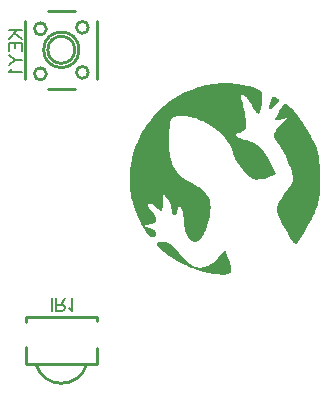
<source format=gbo>
G04 Layer: BottomSilkLayer*
G04 EasyEDA v6.4.25, 2021-12-01T16:26:12+03:00*
G04 b03321441de44a4fabc515ecf1a05e19,10*
G04 Gerber Generator version 0.2*
G04 Scale: 100 percent, Rotated: No, Reflected: No *
G04 Dimensions in millimeters *
G04 leading zeros omitted , absolute positions ,4 integer and 5 decimal *
%FSLAX45Y45*%
%MOMM*%

%ADD10C,0.2540*%
%ADD48C,0.1524*%

%LPD*%
G36*
X1393139Y785164D02*
G01*
X1381404Y785063D01*
X1363827Y784555D01*
X1334566Y782878D01*
X1311148Y780745D01*
X1293622Y778713D01*
X1270304Y775360D01*
X1247089Y771347D01*
X1235557Y769112D01*
X1218234Y765403D01*
X1201013Y761339D01*
X1189532Y758393D01*
X1166774Y752094D01*
X1155446Y748690D01*
X1138529Y743254D01*
X1121765Y737514D01*
X1094079Y727100D01*
X1072134Y718058D01*
X1050493Y708456D01*
X1029157Y698195D01*
X1002842Y684530D01*
X982167Y672896D01*
X961847Y660704D01*
X941882Y647954D01*
X917498Y631190D01*
X898398Y617118D01*
X884377Y606196D01*
X870610Y594969D01*
X852627Y579526D01*
X830834Y559460D01*
X818134Y547014D01*
X801674Y529945D01*
X785723Y512368D01*
X774141Y498856D01*
X755548Y475691D01*
X741070Y456184D01*
X726338Y435152D01*
X719226Y424535D01*
X708914Y408533D01*
X698957Y392379D01*
X686308Y370636D01*
X677265Y354228D01*
X665835Y332130D01*
X655066Y309880D01*
X645007Y287426D01*
X633425Y259181D01*
X624941Y236372D01*
X617169Y213461D01*
X610108Y190449D01*
X605282Y173075D01*
X599490Y149860D01*
X594360Y126593D01*
X592074Y114909D01*
X588975Y97383D01*
X586282Y79806D01*
X583336Y56286D01*
X581558Y38658D01*
X579882Y15138D01*
X579069Y-2540D01*
X578764Y-14274D01*
X578662Y-31953D01*
X579170Y-55473D01*
X579983Y-73152D01*
X581761Y-96621D01*
X584250Y-120091D01*
X587502Y-143459D01*
X591464Y-166776D01*
X593750Y-178409D01*
X598830Y-201574D01*
X603148Y-218897D01*
X609549Y-241909D01*
X614832Y-259079D01*
X624332Y-286969D01*
X630377Y-303225D01*
X636625Y-319227D01*
X643077Y-334924D01*
X656590Y-365252D01*
X663549Y-379780D01*
X670610Y-393852D01*
X677722Y-407416D01*
X684885Y-420420D01*
X692099Y-432816D01*
X699262Y-444601D01*
X706424Y-455676D01*
X713486Y-466039D01*
X720445Y-475589D01*
X727303Y-484378D01*
X734009Y-492251D01*
X740511Y-499262D01*
X746810Y-505358D01*
X752856Y-510438D01*
X758647Y-514502D01*
X764133Y-517448D01*
X766775Y-518566D01*
X771804Y-519836D01*
X776427Y-519988D01*
X778611Y-519582D01*
X780643Y-518871D01*
X782624Y-517855D01*
X787349Y-514756D01*
X791464Y-511556D01*
X795070Y-508355D01*
X798118Y-505104D01*
X800608Y-501802D01*
X802589Y-498449D01*
X804011Y-495147D01*
X804875Y-491794D01*
X805230Y-488391D01*
X805078Y-485038D01*
X804367Y-481736D01*
X803148Y-478383D01*
X801420Y-475081D01*
X799134Y-471830D01*
X796391Y-468579D01*
X793089Y-465378D01*
X789279Y-462280D01*
X785012Y-459232D01*
X780237Y-456234D01*
X774954Y-453288D01*
X762914Y-447751D01*
X756158Y-445109D01*
X748944Y-442569D01*
X691794Y-423722D01*
X755091Y-411124D01*
X760933Y-409701D01*
X771448Y-406349D01*
X780440Y-402488D01*
X784402Y-400304D01*
X788009Y-398018D01*
X791260Y-395579D01*
X794105Y-392988D01*
X796594Y-390245D01*
X798728Y-387400D01*
X800455Y-384403D01*
X801827Y-381203D01*
X802843Y-377901D01*
X803503Y-374446D01*
X803808Y-370840D01*
X803706Y-367131D01*
X803249Y-363220D01*
X802436Y-359156D01*
X799693Y-350621D01*
X797763Y-346100D01*
X795477Y-341477D01*
X789787Y-331673D01*
X782624Y-321310D01*
X773988Y-310286D01*
X755243Y-288442D01*
X748182Y-278942D01*
X742746Y-270205D01*
X738835Y-262280D01*
X737412Y-258622D01*
X735584Y-251967D01*
X735228Y-249021D01*
X735177Y-246278D01*
X735431Y-243789D01*
X736041Y-241554D01*
X736904Y-239572D01*
X738073Y-237896D01*
X739546Y-236423D01*
X741324Y-235305D01*
X743305Y-234442D01*
X745591Y-233832D01*
X748131Y-233578D01*
X753973Y-233934D01*
X760730Y-235610D01*
X768299Y-238607D01*
X772414Y-240588D01*
X781151Y-245668D01*
X790600Y-252221D01*
X800658Y-260299D01*
X822502Y-279654D01*
X831240Y-286867D01*
X834999Y-289661D01*
X838403Y-291846D01*
X841400Y-293471D01*
X844092Y-294436D01*
X846429Y-294792D01*
X848512Y-294538D01*
X850290Y-293573D01*
X851814Y-291947D01*
X853084Y-289610D01*
X854151Y-286613D01*
X855065Y-282803D01*
X856284Y-273050D01*
X857046Y-260197D01*
X858316Y-190246D01*
X859028Y-177800D01*
X860094Y-168300D01*
X860806Y-164693D01*
X861669Y-161747D01*
X862685Y-159512D01*
X863853Y-157937D01*
X865174Y-157022D01*
X866749Y-156768D01*
X868476Y-157175D01*
X870458Y-158191D01*
X875131Y-162102D01*
X880821Y-168300D01*
X887679Y-176784D01*
X895807Y-187350D01*
X903274Y-198221D01*
X910285Y-210108D01*
X916584Y-222758D01*
X922121Y-235661D01*
X924560Y-242112D01*
X928573Y-254762D01*
X931418Y-266750D01*
X932332Y-272389D01*
X932891Y-277672D01*
X933602Y-291846D01*
X935075Y-300431D01*
X937412Y-308254D01*
X940562Y-315061D01*
X944321Y-320700D01*
X948639Y-324916D01*
X953363Y-327609D01*
X958494Y-328574D01*
X963574Y-327761D01*
X968349Y-325424D01*
X972667Y-321767D01*
X976426Y-316941D01*
X979525Y-311048D01*
X981862Y-304342D01*
X983386Y-296926D01*
X984402Y-281330D01*
X985875Y-274828D01*
X988212Y-269544D01*
X991362Y-265582D01*
X995121Y-263093D01*
X999439Y-262077D01*
X1004163Y-262686D01*
X1009294Y-265074D01*
X1011885Y-267004D01*
X1014374Y-269697D01*
X1016812Y-272999D01*
X1019149Y-276910D01*
X1021384Y-281381D01*
X1023467Y-286308D01*
X1027226Y-297586D01*
X1030325Y-310337D01*
X1032662Y-324205D01*
X1034186Y-338785D01*
X1034694Y-353822D01*
X1034948Y-369112D01*
X1035761Y-384048D01*
X1037031Y-398678D01*
X1038809Y-412851D01*
X1041044Y-426618D01*
X1043736Y-439928D01*
X1046835Y-452729D01*
X1050391Y-464921D01*
X1054303Y-476554D01*
X1058621Y-487578D01*
X1063294Y-497941D01*
X1068273Y-507593D01*
X1073607Y-516483D01*
X1079195Y-524611D01*
X1085138Y-531926D01*
X1091285Y-538378D01*
X1094486Y-541324D01*
X1101039Y-546404D01*
X1104392Y-548640D01*
X1111250Y-552297D01*
X1118260Y-554990D01*
X1125524Y-556615D01*
X1129182Y-557022D01*
X1132890Y-557174D01*
X1136040Y-557022D01*
X1139190Y-556564D01*
X1145590Y-554786D01*
X1148791Y-553466D01*
X1155293Y-550011D01*
X1161745Y-545490D01*
X1168247Y-540004D01*
X1174699Y-533603D01*
X1181100Y-526288D01*
X1187450Y-518109D01*
X1193698Y-509168D01*
X1199845Y-499516D01*
X1205788Y-489153D01*
X1211630Y-478129D01*
X1217269Y-466598D01*
X1222654Y-454507D01*
X1227886Y-441959D01*
X1232763Y-428955D01*
X1237437Y-415594D01*
X1241755Y-401929D01*
X1245768Y-388010D01*
X1249426Y-373888D01*
X1252728Y-359562D01*
X1255623Y-345186D01*
X1258062Y-330708D01*
X1260094Y-316230D01*
X1261618Y-301853D01*
X1262684Y-287528D01*
X1263192Y-273354D01*
X1263243Y-260705D01*
X1262888Y-249732D01*
X1262126Y-239166D01*
X1260957Y-228955D01*
X1259382Y-219151D01*
X1257350Y-209702D01*
X1254861Y-200507D01*
X1251864Y-191668D01*
X1248359Y-183032D01*
X1244295Y-174650D01*
X1239723Y-166471D01*
X1234541Y-158496D01*
X1228750Y-150622D01*
X1222349Y-142951D01*
X1215288Y-135331D01*
X1207566Y-127812D01*
X1199184Y-120294D01*
X1190091Y-112877D01*
X1180236Y-105410D01*
X1169619Y-97942D01*
X1158240Y-90373D01*
X1146098Y-82753D01*
X1133094Y-75031D01*
X1104595Y-59182D01*
X1075842Y-44196D01*
X1065885Y-38760D01*
X1056284Y-33121D01*
X1047038Y-27330D01*
X1038098Y-21285D01*
X1029512Y-15036D01*
X1021232Y-8585D01*
X1013256Y-1930D01*
X1005636Y4978D01*
X994816Y15747D01*
X987958Y23266D01*
X981456Y31038D01*
X975258Y39014D01*
X969314Y47294D01*
X963726Y55829D01*
X958443Y64617D01*
X953414Y73710D01*
X948740Y83108D01*
X944321Y92760D01*
X940206Y102768D01*
X936396Y113030D01*
X932840Y123596D01*
X929589Y134518D01*
X926592Y145745D01*
X923899Y157276D01*
X921461Y169164D01*
X919327Y181406D01*
X917448Y193954D01*
X915822Y206908D01*
X914450Y220167D01*
X912520Y247853D01*
X911961Y262280D01*
X911656Y277063D01*
X911758Y307797D01*
X912876Y340156D01*
X915212Y385622D01*
X916432Y404622D01*
X917803Y421385D01*
X919429Y436067D01*
X921258Y448767D01*
X923493Y459638D01*
X926185Y468934D01*
X927709Y472998D01*
X929386Y476707D01*
X931214Y480110D01*
X933196Y483158D01*
X935329Y485952D01*
X937615Y488442D01*
X942848Y492709D01*
X945743Y494487D01*
X952195Y497484D01*
X955751Y498754D01*
X963676Y500837D01*
X972616Y502513D01*
X982675Y503986D01*
X993902Y505358D01*
X1004112Y506272D01*
X1014526Y506780D01*
X1025144Y506831D01*
X1035913Y506476D01*
X1046835Y505714D01*
X1057859Y504545D01*
X1069035Y502970D01*
X1080312Y501040D01*
X1091692Y498754D01*
X1103122Y496112D01*
X1114653Y493115D01*
X1126185Y489762D01*
X1137767Y486054D01*
X1155141Y479958D01*
X1166774Y475488D01*
X1189837Y465683D01*
X1201318Y460400D01*
X1212748Y454812D01*
X1224076Y448970D01*
X1246428Y436575D01*
X1268272Y423265D01*
X1289456Y409143D01*
X1309928Y394258D01*
X1329486Y378714D01*
X1348028Y362559D01*
X1356918Y354330D01*
X1369669Y341731D01*
X1377746Y333197D01*
X1385519Y324561D01*
X1392936Y315823D01*
X1399997Y307086D01*
X1406652Y298196D01*
X1412951Y289306D01*
X1418844Y280365D01*
X1424279Y271424D01*
X1429258Y262432D01*
X1433830Y253390D01*
X1437894Y244398D01*
X1441500Y235407D01*
X1444599Y226415D01*
X1447190Y217424D01*
X1451610Y198424D01*
X1454759Y187909D01*
X1458569Y177088D01*
X1463090Y166014D01*
X1468221Y154736D01*
X1473911Y143306D01*
X1480108Y131724D01*
X1486814Y120142D01*
X1493977Y108610D01*
X1501495Y97129D01*
X1509369Y85750D01*
X1517548Y74574D01*
X1525930Y63703D01*
X1534566Y53086D01*
X1543354Y42824D01*
X1552295Y33020D01*
X1561236Y23672D01*
X1570278Y14884D01*
X1579219Y6705D01*
X1588160Y-863D01*
X1596948Y-7670D01*
X1605584Y-13766D01*
X1614017Y-18999D01*
X1622196Y-23368D01*
X1630070Y-26771D01*
X1637639Y-29159D01*
X1641500Y-30022D01*
X1650339Y-31089D01*
X1660398Y-31394D01*
X1671421Y-30988D01*
X1683156Y-29870D01*
X1695450Y-28041D01*
X1707997Y-25603D01*
X1720545Y-22555D01*
X1732940Y-18948D01*
X1744827Y-14833D01*
X1818741Y15544D01*
X1746046Y149453D01*
X1737360Y164947D01*
X1728978Y179222D01*
X1720799Y192379D01*
X1712823Y204419D01*
X1704949Y215493D01*
X1697126Y225552D01*
X1689303Y234746D01*
X1681378Y243128D01*
X1673301Y250748D01*
X1665020Y257606D01*
X1656435Y263855D01*
X1647545Y269544D01*
X1638198Y274675D01*
X1628343Y279349D01*
X1617980Y283667D01*
X1607007Y287629D01*
X1595323Y291287D01*
X1561287Y301193D01*
X1544980Y306374D01*
X1530451Y311404D01*
X1517802Y316230D01*
X1506880Y320852D01*
X1497787Y325374D01*
X1490472Y329692D01*
X1484884Y333959D01*
X1482750Y335991D01*
X1481074Y338074D01*
X1479854Y340055D01*
X1478991Y342087D01*
X1478635Y344017D01*
X1478686Y345998D01*
X1479143Y347929D01*
X1480058Y349808D01*
X1481378Y351739D01*
X1483106Y353618D01*
X1485290Y355498D01*
X1490929Y359156D01*
X1498244Y362813D01*
X1507185Y366471D01*
X1528673Y373888D01*
X1533499Y375869D01*
X1537919Y377952D01*
X1541983Y380187D01*
X1545640Y382524D01*
X1548993Y385064D01*
X1551990Y387807D01*
X1554632Y390804D01*
X1556969Y394004D01*
X1558950Y397560D01*
X1560626Y401370D01*
X1562049Y405485D01*
X1563166Y410006D01*
X1563979Y414883D01*
X1564894Y425907D01*
X1564741Y438759D01*
X1564386Y445973D01*
X1562912Y461975D01*
X1560677Y480364D01*
X1556766Y507034D01*
X1551990Y534924D01*
X1545183Y569417D01*
X1539494Y594918D01*
X1533906Y616915D01*
X1527962Y636524D01*
X1524914Y647903D01*
X1522933Y657758D01*
X1521968Y666191D01*
X1521968Y673252D01*
X1522831Y678840D01*
X1523644Y681126D01*
X1524609Y683107D01*
X1525727Y684682D01*
X1527098Y686003D01*
X1528622Y686917D01*
X1530350Y687578D01*
X1532229Y687832D01*
X1534261Y687832D01*
X1536446Y687476D01*
X1538782Y686816D01*
X1543862Y684580D01*
X1549400Y681126D01*
X1555445Y676452D01*
X1561846Y670661D01*
X1568551Y663702D01*
X1575562Y655574D01*
X1582724Y646379D01*
X1590090Y636168D01*
X1597558Y624840D01*
X1605026Y612546D01*
X1612493Y599236D01*
X1626412Y573227D01*
X1632712Y562305D01*
X1638604Y552805D01*
X1644192Y544779D01*
X1649374Y538175D01*
X1654302Y533044D01*
X1656588Y531012D01*
X1661058Y528116D01*
X1663141Y527202D01*
X1665173Y526643D01*
X1667154Y526491D01*
X1669034Y526694D01*
X1670862Y527304D01*
X1672640Y528269D01*
X1674368Y529590D01*
X1676044Y531317D01*
X1677670Y533450D01*
X1680718Y538835D01*
X1683562Y545744D01*
X1686255Y554228D01*
X1688795Y564235D01*
X1691182Y575868D01*
X1693418Y589076D01*
X1695551Y603859D01*
X1699564Y638352D01*
X1701190Y654964D01*
X1702003Y667766D01*
X1702104Y679043D01*
X1701901Y684174D01*
X1700682Y693521D01*
X1699666Y697788D01*
X1698396Y701802D01*
X1696821Y705561D01*
X1694942Y709117D01*
X1692706Y712520D01*
X1690116Y715721D01*
X1687118Y718769D01*
X1683766Y721664D01*
X1680006Y724458D01*
X1675790Y727202D01*
X1666036Y732485D01*
X1654302Y737616D01*
X1640535Y742797D01*
X1624533Y748182D01*
X1594967Y757326D01*
X1578102Y761949D01*
X1566773Y764794D01*
X1549704Y768705D01*
X1526794Y773277D01*
X1503781Y777087D01*
X1486408Y779475D01*
X1469034Y781405D01*
X1445717Y783386D01*
X1434084Y784098D01*
X1416558Y784809D01*
G37*
G36*
X1798726Y671068D02*
G01*
X1795221Y670661D01*
X1791919Y669645D01*
X1788769Y667918D01*
X1785823Y665530D01*
X1783029Y662482D01*
X1780387Y658774D01*
X1777898Y654354D01*
X1775561Y649224D01*
X1773275Y643382D01*
X1771142Y636828D01*
X1767027Y621690D01*
X1763725Y607568D01*
X1761388Y595477D01*
X1760067Y585368D01*
X1759762Y577342D01*
X1760016Y574040D01*
X1760524Y571246D01*
X1761286Y568960D01*
X1762353Y567131D01*
X1763674Y565861D01*
X1765249Y564997D01*
X1767128Y564692D01*
X1769313Y564845D01*
X1771751Y565454D01*
X1774443Y566572D01*
X1777492Y568147D01*
X1784400Y572770D01*
X1792478Y579221D01*
X1801774Y587603D01*
X1812289Y597814D01*
X1824380Y610362D01*
X1829155Y615848D01*
X1833168Y620877D01*
X1836318Y625500D01*
X1838706Y629767D01*
X1840331Y633679D01*
X1841093Y637387D01*
X1841144Y640842D01*
X1840382Y644144D01*
X1838858Y647395D01*
X1836572Y650544D01*
X1833524Y653694D01*
X1829714Y656844D01*
X1825142Y660146D01*
X1819859Y663600D01*
X1815134Y666343D01*
X1810664Y668426D01*
X1806448Y669950D01*
X1802485Y670814D01*
G37*
G36*
X1898192Y606348D02*
G01*
X1895043Y606298D01*
X1891944Y605891D01*
X1888896Y605129D01*
X1885899Y604012D01*
X1882952Y602538D01*
X1877060Y598474D01*
X1874113Y595934D01*
X1871167Y593039D01*
X1865274Y586130D01*
X1859229Y577850D01*
X1852980Y568096D01*
X1846478Y556971D01*
X1839671Y544423D01*
X1830832Y527405D01*
X1822094Y509981D01*
X1815693Y496265D01*
X1813458Y490677D01*
X1811832Y485901D01*
X1810867Y481888D01*
X1810562Y478535D01*
X1810969Y475945D01*
X1811985Y473913D01*
X1813763Y472541D01*
X1816252Y471678D01*
X1819402Y471322D01*
X1823364Y471474D01*
X1828038Y472033D01*
X1839671Y474319D01*
X1910994Y491794D01*
X1848154Y423011D01*
X1828749Y400964D01*
X1820976Y391312D01*
X1814423Y382422D01*
X1809191Y374091D01*
X1807006Y370128D01*
X1805178Y366217D01*
X1803654Y362356D01*
X1802434Y358546D01*
X1801520Y354787D01*
X1800910Y351028D01*
X1800656Y347268D01*
X1800656Y343458D01*
X1801012Y339598D01*
X1801672Y335635D01*
X1803857Y327507D01*
X1807311Y318820D01*
X1811985Y309473D01*
X1817878Y299262D01*
X1824989Y288137D01*
X1850694Y251053D01*
X1856232Y242722D01*
X1862023Y233527D01*
X1874012Y213004D01*
X1886305Y190246D01*
X1898548Y166014D01*
X1910334Y141020D01*
X1921357Y116027D01*
X1931162Y91744D01*
X1940356Y66649D01*
X1949856Y38811D01*
X1953666Y26771D01*
X1956816Y15747D01*
X1959254Y5537D01*
X1960981Y-3911D01*
X1961946Y-12852D01*
X1962099Y-21336D01*
X1961489Y-29616D01*
X1960880Y-33731D01*
X1958949Y-41910D01*
X1956206Y-50292D01*
X1952498Y-58928D01*
X1947875Y-68021D01*
X1942287Y-77724D01*
X1935734Y-88239D01*
X1919478Y-112115D01*
X1888540Y-155651D01*
X1869084Y-184607D01*
X1860245Y-198526D01*
X1844649Y-224434D01*
X1838147Y-236118D01*
X1832610Y-246684D01*
X1828139Y-256032D01*
X1824837Y-264007D01*
X1822805Y-270357D01*
X1822246Y-272897D01*
X1822094Y-274980D01*
X1822551Y-280974D01*
X1823872Y-288188D01*
X1826006Y-296519D01*
X1828850Y-305917D01*
X1832457Y-316230D01*
X1836674Y-327355D01*
X1846834Y-351739D01*
X1858873Y-378155D01*
X1872335Y-405841D01*
X1886864Y-433984D01*
X1901901Y-461670D01*
X1917039Y-488137D01*
X1931822Y-512521D01*
X1938934Y-523697D01*
X1952396Y-543509D01*
X1958593Y-551891D01*
X1964334Y-559155D01*
X1969668Y-565200D01*
X1974392Y-569874D01*
X1978558Y-573125D01*
X1982063Y-574802D01*
X1983587Y-575056D01*
X1984908Y-574852D01*
X1987905Y-573125D01*
X1991766Y-569823D01*
X1996338Y-564997D01*
X2001672Y-558698D01*
X2007666Y-551078D01*
X2014270Y-542188D01*
X2021382Y-532130D01*
X2036978Y-508812D01*
X2053996Y-481838D01*
X2072030Y-451916D01*
X2090521Y-419760D01*
X2107438Y-389280D01*
X2121255Y-363626D01*
X2133498Y-340156D01*
X2146604Y-313283D01*
X2151278Y-303123D01*
X2159508Y-283565D01*
X2166518Y-264617D01*
X2172360Y-245821D01*
X2177135Y-226771D01*
X2180996Y-207111D01*
X2183993Y-186283D01*
X2186228Y-163931D01*
X2187854Y-139649D01*
X2188921Y-112979D01*
X2189581Y-83464D01*
X2189886Y-50698D01*
X2189886Y-4419D01*
X2189581Y31343D01*
X2188819Y63601D01*
X2187549Y92760D01*
X2185720Y119278D01*
X2183130Y143560D01*
X2181606Y155041D01*
X2177846Y176784D01*
X2175662Y187248D01*
X2173224Y197459D01*
X2170531Y207467D01*
X2166061Y222300D01*
X2160930Y237083D01*
X2155139Y251917D01*
X2146401Y272186D01*
X2136343Y293420D01*
X2124862Y315976D01*
X2112924Y338277D01*
X2100173Y361035D01*
X2086457Y384403D01*
X2072132Y407974D01*
X2057501Y431241D01*
X2035505Y464667D01*
X2021281Y485292D01*
X2007666Y504139D01*
X1995017Y520750D01*
X1980234Y538632D01*
X1968703Y551942D01*
X1958086Y563778D01*
X1948180Y574192D01*
X1939036Y583082D01*
X1930501Y590600D01*
X1922525Y596595D01*
X1918766Y599084D01*
X1915058Y601218D01*
X1908048Y604367D01*
X1904695Y605383D01*
X1901393Y606044D01*
G37*
G36*
X860907Y-557174D02*
G01*
X850544Y-557580D01*
X841298Y-558342D01*
X833272Y-559511D01*
X826414Y-561136D01*
X820775Y-563168D01*
X816305Y-565607D01*
X813053Y-568502D01*
X811885Y-570179D01*
X811022Y-571906D01*
X810463Y-573786D01*
X810209Y-575767D01*
X810260Y-577900D01*
X810615Y-580136D01*
X812241Y-584962D01*
X815136Y-590346D01*
X819251Y-596188D01*
X824636Y-602640D01*
X831240Y-609600D01*
X839165Y-617169D01*
X848360Y-625246D01*
X858774Y-633933D01*
X870559Y-643229D01*
X883564Y-653135D01*
X913536Y-674827D01*
X930452Y-686663D01*
X955852Y-703681D01*
X978153Y-717651D01*
X1000963Y-730910D01*
X1012494Y-737260D01*
X1030020Y-746455D01*
X1053693Y-758139D01*
X1077722Y-769061D01*
X1095857Y-776732D01*
X1114145Y-783996D01*
X1132535Y-790803D01*
X1157224Y-799185D01*
X1181963Y-806754D01*
X1200556Y-811885D01*
X1219098Y-816508D01*
X1237691Y-820724D01*
X1262380Y-825500D01*
X1286967Y-829411D01*
X1305255Y-831799D01*
X1317396Y-833069D01*
X1335532Y-834542D01*
X1359408Y-835710D01*
X1371244Y-835914D01*
X1383385Y-835761D01*
X1394256Y-834948D01*
X1403959Y-833475D01*
X1408379Y-832459D01*
X1412494Y-831240D01*
X1416304Y-829818D01*
X1419809Y-828243D01*
X1423060Y-826414D01*
X1425956Y-824433D01*
X1428648Y-822198D01*
X1430985Y-819708D01*
X1433068Y-817016D01*
X1434896Y-814069D01*
X1436420Y-810920D01*
X1437690Y-807466D01*
X1438656Y-803757D01*
X1439367Y-799795D01*
X1439773Y-795578D01*
X1439926Y-791108D01*
X1439468Y-781202D01*
X1437944Y-770178D01*
X1435404Y-757885D01*
X1431798Y-744321D01*
X1427226Y-729437D01*
X1421688Y-713130D01*
X1415135Y-695401D01*
X1389176Y-627126D01*
X1325575Y-695706D01*
X1316329Y-705154D01*
X1307236Y-714044D01*
X1298143Y-722325D01*
X1289202Y-729996D01*
X1280261Y-737108D01*
X1271422Y-743661D01*
X1262583Y-749604D01*
X1253845Y-754938D01*
X1245158Y-759714D01*
X1236472Y-763879D01*
X1227836Y-767486D01*
X1219250Y-770483D01*
X1210665Y-772922D01*
X1202131Y-774750D01*
X1193596Y-775970D01*
X1185062Y-776579D01*
X1176528Y-776630D01*
X1168044Y-776071D01*
X1159510Y-774954D01*
X1150975Y-773176D01*
X1142390Y-770890D01*
X1133856Y-767943D01*
X1125270Y-764387D01*
X1116634Y-760272D01*
X1107948Y-755548D01*
X1099261Y-750214D01*
X1090523Y-744321D01*
X1081684Y-737768D01*
X1072845Y-730656D01*
X1063904Y-722934D01*
X1054963Y-714603D01*
X1045870Y-705662D01*
X1036777Y-696112D01*
X1027531Y-686003D01*
X1018235Y-675233D01*
X999388Y-651916D01*
X989888Y-639673D01*
X980490Y-628142D01*
X971042Y-617474D01*
X961644Y-607618D01*
X952195Y-598627D01*
X942848Y-590499D01*
X933500Y-583184D01*
X924255Y-576783D01*
X915060Y-571246D01*
X905967Y-566623D01*
X896975Y-562914D01*
X888085Y-560120D01*
X879348Y-558241D01*
X870813Y-557276D01*
G37*
D48*
X-445515Y1231900D02*
G01*
X-336550Y1231900D01*
X-445515Y1159255D02*
G01*
X-372871Y1231900D01*
X-398779Y1205992D02*
G01*
X-336550Y1159255D01*
X-445515Y1124965D02*
G01*
X-336550Y1124965D01*
X-445515Y1124965D02*
G01*
X-445515Y1057402D01*
X-393700Y1124965D02*
G01*
X-393700Y1083310D01*
X-336550Y1124965D02*
G01*
X-336550Y1057402D01*
X-445515Y1023112D02*
G01*
X-393700Y981455D01*
X-336550Y981455D01*
X-445515Y939800D02*
G01*
X-393700Y981455D01*
X-424687Y905510D02*
G01*
X-430021Y895350D01*
X-445515Y879602D01*
X-336550Y879602D01*
X-76200Y-1144015D02*
G01*
X-76200Y-1035050D01*
X-41910Y-1144015D02*
G01*
X-41910Y-1035050D01*
X-41910Y-1144015D02*
G01*
X4826Y-1144015D01*
X20320Y-1138936D01*
X25654Y-1133602D01*
X30734Y-1123187D01*
X30734Y-1112773D01*
X25654Y-1102360D01*
X20320Y-1097279D01*
X4826Y-1092200D01*
X-41910Y-1092200D01*
X-5587Y-1092200D02*
G01*
X30734Y-1035050D01*
X65023Y-1123187D02*
G01*
X75437Y-1128521D01*
X91186Y-1144015D01*
X91186Y-1035050D01*
D10*
X112044Y1397000D02*
G01*
X-112044Y1397000D01*
X304800Y821786D02*
G01*
X304800Y1311813D01*
X112044Y736600D02*
G01*
X-112044Y736600D01*
X-304800Y821786D02*
G01*
X-304800Y1311813D01*
X299981Y-1196233D02*
G01*
X-300017Y-1196233D01*
X299981Y-1596232D02*
G01*
X-300017Y-1596232D01*
X-300017Y-1596232D02*
G01*
X-300017Y-1451632D01*
X299981Y-1596232D02*
G01*
X299981Y-1461234D01*
X-300017Y-1240833D02*
G01*
X-300017Y-1196233D01*
X299981Y-1231234D02*
G01*
X299981Y-1196233D01*
G75*
G01*
X215389Y-1596233D02*
G02*
X-215425Y-1596233I-215407J65001D01*
G75*
G01
X228600Y876300D02*
G03X228600Y876300I-50800J0D01*
G75*
G01
X-127000Y863600D02*
G03X-127000Y863600I-50800J0D01*
G75*
G01
X228600Y1257300D02*
G03X228600Y1257300I-50800J0D01*
G75*
G01
X-127000Y1244600D02*
G03X-127000Y1244600I-50800J0D01*
G75*
G01
X114300Y1066800D02*
G03X114300Y1066800I-114300J0D01*
G75*
G01
X150114Y1066800D02*
G03X150114Y1066800I-150114J0D01*
M02*

</source>
